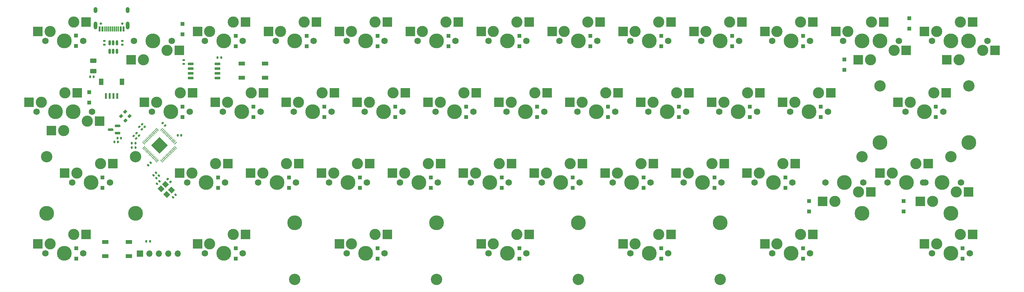
<source format=gbr>
%TF.GenerationSoftware,KiCad,Pcbnew,(7.0.0)*%
%TF.CreationDate,2023-05-22T00:36:48+02:00*%
%TF.ProjectId,kira,6b697261-2e6b-4696-9361-645f70636258,rev?*%
%TF.SameCoordinates,Original*%
%TF.FileFunction,Soldermask,Bot*%
%TF.FilePolarity,Negative*%
%FSLAX46Y46*%
G04 Gerber Fmt 4.6, Leading zero omitted, Abs format (unit mm)*
G04 Created by KiCad (PCBNEW (7.0.0)) date 2023-05-22 00:36:48*
%MOMM*%
%LPD*%
G01*
G04 APERTURE LIST*
G04 Aperture macros list*
%AMRoundRect*
0 Rectangle with rounded corners*
0 $1 Rounding radius*
0 $2 $3 $4 $5 $6 $7 $8 $9 X,Y pos of 4 corners*
0 Add a 4 corners polygon primitive as box body*
4,1,4,$2,$3,$4,$5,$6,$7,$8,$9,$2,$3,0*
0 Add four circle primitives for the rounded corners*
1,1,$1+$1,$2,$3*
1,1,$1+$1,$4,$5*
1,1,$1+$1,$6,$7*
1,1,$1+$1,$8,$9*
0 Add four rect primitives between the rounded corners*
20,1,$1+$1,$2,$3,$4,$5,0*
20,1,$1+$1,$4,$5,$6,$7,0*
20,1,$1+$1,$6,$7,$8,$9,0*
20,1,$1+$1,$8,$9,$2,$3,0*%
%AMRotRect*
0 Rectangle, with rotation*
0 The origin of the aperture is its center*
0 $1 length*
0 $2 width*
0 $3 Rotation angle, in degrees counterclockwise*
0 Add horizontal line*
21,1,$1,$2,0,0,$3*%
G04 Aperture macros list end*
%ADD10C,3.987800*%
%ADD11C,3.000000*%
%ADD12C,1.750000*%
%ADD13R,2.550000X2.500000*%
%ADD14C,3.048000*%
%ADD15R,1.700000X1.000000*%
%ADD16R,1.100000X1.100000*%
%ADD17RoundRect,0.140000X-0.140000X-0.170000X0.140000X-0.170000X0.140000X0.170000X-0.140000X0.170000X0*%
%ADD18RoundRect,0.140000X0.021213X-0.219203X0.219203X-0.021213X-0.021213X0.219203X-0.219203X0.021213X0*%
%ADD19R,1.200000X1.800000*%
%ADD20R,0.600000X1.550000*%
%ADD21RoundRect,0.200000X-0.335876X-0.053033X-0.053033X-0.335876X0.335876X0.053033X0.053033X0.335876X0*%
%ADD22RoundRect,0.135000X0.135000X0.185000X-0.135000X0.185000X-0.135000X-0.185000X0.135000X-0.185000X0*%
%ADD23RoundRect,0.150000X0.587500X0.150000X-0.587500X0.150000X-0.587500X-0.150000X0.587500X-0.150000X0*%
%ADD24RoundRect,0.150000X0.650000X0.150000X-0.650000X0.150000X-0.650000X-0.150000X0.650000X-0.150000X0*%
%ADD25RoundRect,0.140000X0.140000X0.170000X-0.140000X0.170000X-0.140000X-0.170000X0.140000X-0.170000X0*%
%ADD26RoundRect,0.140000X0.219203X0.021213X0.021213X0.219203X-0.219203X-0.021213X-0.021213X-0.219203X0*%
%ADD27RoundRect,0.140000X-0.021213X0.219203X-0.219203X0.021213X0.021213X-0.219203X0.219203X-0.021213X0*%
%ADD28C,0.650000*%
%ADD29R,0.600000X1.450000*%
%ADD30R,0.300000X1.450000*%
%ADD31O,1.000000X2.100000*%
%ADD32O,1.000000X1.600000*%
%ADD33RoundRect,0.135000X-0.185000X0.135000X-0.185000X-0.135000X0.185000X-0.135000X0.185000X0.135000X0*%
%ADD34RoundRect,0.050000X0.238649X0.309359X-0.309359X-0.238649X-0.238649X-0.309359X0.309359X0.238649X0*%
%ADD35RoundRect,0.050000X-0.238649X0.309359X-0.309359X0.238649X0.238649X-0.309359X0.309359X-0.238649X0*%
%ADD36RoundRect,0.144000X0.000000X2.059095X-2.059095X0.000000X0.000000X-2.059095X2.059095X0.000000X0*%
%ADD37R,1.700000X1.700000*%
%ADD38O,1.700000X1.700000*%
%ADD39RoundRect,0.140000X0.170000X-0.140000X0.170000X0.140000X-0.170000X0.140000X-0.170000X-0.140000X0*%
%ADD40RoundRect,0.135000X0.226274X0.035355X0.035355X0.226274X-0.226274X-0.035355X-0.035355X-0.226274X0*%
%ADD41RoundRect,0.250000X-0.625000X0.375000X-0.625000X-0.375000X0.625000X-0.375000X0.625000X0.375000X0*%
%ADD42RotRect,1.400000X1.200000X315.000000*%
%ADD43RoundRect,0.150000X0.150000X-0.512500X0.150000X0.512500X-0.150000X0.512500X-0.150000X-0.512500X0*%
G04 APERTURE END LIST*
D10*
%TO.C,SW23*%
X211137500Y-65087500D03*
D11*
X213677500Y-60007500D03*
D12*
X206057500Y-65087500D03*
X216217500Y-65087500D03*
D11*
X207327500Y-62547500D03*
D13*
X204052499Y-62547499D03*
X216979499Y-60007499D03*
%TD*%
D11*
%TO.C,SW42*%
X221615000Y-100647500D03*
D12*
X220345000Y-103187500D03*
X230505000Y-103187500D03*
D11*
X227965000Y-98107500D03*
D10*
X225425000Y-103187500D03*
D13*
X218339999Y-100647499D03*
X231266999Y-98107499D03*
%TD*%
D12*
%TO.C,SW43*%
X273367500Y-103187500D03*
D11*
X270827500Y-98107500D03*
D10*
X268287500Y-103187500D03*
D12*
X263207500Y-103187500D03*
D11*
X264477500Y-100647500D03*
D13*
X261202499Y-100647499D03*
X274129499Y-98107499D03*
%TD*%
D10*
%TO.C,SW13(1.5)1*%
X268287500Y-46037500D03*
D12*
X263207500Y-46037500D03*
X273367500Y-46037500D03*
D11*
X264477500Y-43497500D03*
X270827500Y-40957500D03*
D13*
X261202499Y-43497499D03*
X274129499Y-40957499D03*
%TD*%
D11*
%TO.C,SW37(1.75)1*%
X263413152Y-89169151D03*
D10*
X265953152Y-84089151D03*
D12*
X260873152Y-84089151D03*
D11*
X269763152Y-86629151D03*
D12*
X271033152Y-84089151D03*
D13*
X273038151Y-86629150D03*
X260111151Y-89169150D03*
%TD*%
D10*
%TO.C,SW25*%
X249237500Y-73335550D03*
D12*
X256095500Y-65080550D03*
D10*
X273113500Y-73335550D03*
X261175500Y-65080550D03*
D11*
X257365500Y-62540550D03*
D14*
X273113500Y-58095550D03*
D11*
X263715500Y-60000550D03*
D14*
X249237500Y-58095550D03*
D12*
X266255500Y-65080550D03*
D13*
X254090499Y-62540549D03*
X267017499Y-60000549D03*
%TD*%
D11*
%TO.C,SW21*%
X175577500Y-60007500D03*
X169227500Y-62547500D03*
D12*
X178117500Y-65087500D03*
D10*
X173037500Y-65087500D03*
D12*
X167957500Y-65087500D03*
D13*
X165952499Y-62547499D03*
X178879499Y-60007499D03*
%TD*%
D11*
%TO.C,SW15*%
X54927500Y-62547500D03*
D10*
X58737500Y-65087500D03*
D11*
X61277500Y-60007500D03*
D12*
X53657500Y-65087500D03*
X63817500Y-65087500D03*
D13*
X51652499Y-62547499D03*
X64579499Y-60007499D03*
%TD*%
D12*
%TO.C,SW7*%
X154305000Y-46037500D03*
D10*
X149225000Y-46037500D03*
D11*
X145415000Y-43497500D03*
X151765000Y-40957500D03*
D12*
X144145000Y-46037500D03*
D13*
X142139999Y-43497499D03*
X155066999Y-40957499D03*
%TD*%
D12*
%TO.C,SW34*%
X206692500Y-84137500D03*
D10*
X201612500Y-84137500D03*
D12*
X196532500Y-84137500D03*
D11*
X204152500Y-79057500D03*
X197802500Y-81597500D03*
D13*
X194527499Y-81597499D03*
X207454499Y-79057499D03*
%TD*%
D11*
%TO.C,SW9*%
X183515000Y-43497500D03*
D12*
X182245000Y-46037500D03*
D10*
X187325000Y-46037500D03*
D12*
X192405000Y-46037500D03*
D11*
X189865000Y-40957500D03*
D13*
X180239999Y-43497499D03*
X193166999Y-40957499D03*
%TD*%
D11*
%TO.C,SW30*%
X121602500Y-81597500D03*
D10*
X125412500Y-84137500D03*
D12*
X120332500Y-84137500D03*
D11*
X127952500Y-79057500D03*
D12*
X130492500Y-84137500D03*
D13*
X118327499Y-81597499D03*
X131254499Y-79057499D03*
%TD*%
D11*
%TO.C,SW19*%
X137477500Y-60007500D03*
X131127500Y-62547500D03*
D10*
X134937500Y-65087500D03*
D12*
X140017500Y-65087500D03*
X129857500Y-65087500D03*
D13*
X127852499Y-62547499D03*
X140779499Y-60007499D03*
%TD*%
D12*
%TO.C,SW14(1.25)1*%
X32873860Y-65088197D03*
D11*
X23983860Y-62548197D03*
D10*
X27793860Y-65088197D03*
D11*
X30333860Y-60008197D03*
D12*
X22713860Y-65088197D03*
D13*
X20708859Y-62548196D03*
X33635859Y-60008196D03*
%TD*%
D11*
%TO.C,SW44*%
X113665000Y-98107500D03*
D10*
X111125000Y-103187500D03*
D14*
X130175000Y-110172500D03*
D10*
X130175000Y-94932500D03*
D12*
X106045000Y-103187500D03*
D10*
X92075000Y-94932500D03*
D14*
X92075000Y-110172500D03*
D11*
X107315000Y-100647500D03*
D12*
X116205000Y-103187500D03*
D13*
X104039999Y-100647499D03*
X116966999Y-98107499D03*
%TD*%
D12*
%TO.C,SW45*%
X182245000Y-103187500D03*
D14*
X168275000Y-110172500D03*
X206375000Y-110172500D03*
D11*
X189865000Y-98107500D03*
D10*
X168275000Y-94932500D03*
X187325000Y-103187500D03*
X206375000Y-94932500D03*
D12*
X192405000Y-103187500D03*
D11*
X183515000Y-100647500D03*
D13*
X180239999Y-100647499D03*
X193166999Y-98107499D03*
%TD*%
D10*
%TO.C,SW33*%
X182562500Y-84137500D03*
D11*
X178752500Y-81597500D03*
D12*
X187642500Y-84137500D03*
D11*
X185102500Y-79057500D03*
D12*
X177482500Y-84137500D03*
D13*
X175477499Y-81597499D03*
X188404499Y-79057499D03*
%TD*%
D11*
%TO.C,SW32*%
X159702500Y-81597500D03*
X166052500Y-79057500D03*
D12*
X168592500Y-84137500D03*
X158432500Y-84137500D03*
D10*
X163512500Y-84137500D03*
D13*
X156427499Y-81597499D03*
X169354499Y-79057499D03*
%TD*%
D11*
%TO.C,SW36*%
X243522500Y-86677500D03*
D12*
X244792500Y-84137500D03*
D10*
X239712500Y-84137500D03*
D11*
X237172500Y-89217500D03*
D12*
X234632500Y-84137500D03*
D13*
X246797499Y-86677499D03*
X233870499Y-89217499D03*
%TD*%
D11*
%TO.C,SW4*%
X88265000Y-43497500D03*
D12*
X97155000Y-46037500D03*
D11*
X94615000Y-40957500D03*
D10*
X92075000Y-46037500D03*
D12*
X86995000Y-46037500D03*
D13*
X84989999Y-43497499D03*
X97916999Y-40957499D03*
%TD*%
D11*
%TO.C,SW5*%
X113665000Y-40957500D03*
D12*
X106045000Y-46037500D03*
D11*
X107315000Y-43497500D03*
D10*
X111125000Y-46037500D03*
D12*
X116205000Y-46037500D03*
D13*
X104039999Y-43497499D03*
X116966999Y-40957499D03*
%TD*%
D11*
%TO.C,SW16*%
X80327500Y-60007500D03*
X73977500Y-62547500D03*
D10*
X77787500Y-65087500D03*
D12*
X82867500Y-65087500D03*
X72707500Y-65087500D03*
D13*
X70702499Y-62547499D03*
X83629499Y-60007499D03*
%TD*%
D14*
%TO.C,SW37(2.75)1*%
X244443100Y-77144624D03*
D10*
X244443100Y-92384624D03*
D12*
X251301100Y-84129624D03*
D10*
X268319100Y-92384624D03*
D12*
X261461100Y-84129624D03*
D11*
X258921100Y-79049624D03*
D10*
X256381100Y-84129624D03*
D11*
X252571100Y-81589624D03*
D14*
X268319100Y-77144624D03*
D13*
X249296099Y-81589623D03*
X262223099Y-79049623D03*
%TD*%
D12*
%TO.C,SW17*%
X91757500Y-65087500D03*
X101917500Y-65087500D03*
D11*
X93027500Y-62547500D03*
D10*
X96837500Y-65087500D03*
D11*
X99377500Y-60007500D03*
D13*
X89752499Y-62547499D03*
X102679499Y-60007499D03*
%TD*%
D12*
%TO.C,SW18*%
X110807500Y-65087500D03*
D11*
X118427500Y-60007500D03*
D12*
X120967500Y-65087500D03*
D10*
X115887500Y-65087500D03*
D11*
X112077500Y-62547500D03*
D13*
X108802499Y-62547499D03*
X121729499Y-60007499D03*
%TD*%
D11*
%TO.C,SW35*%
X216852500Y-81597500D03*
D12*
X225742500Y-84137500D03*
X215582500Y-84137500D03*
D11*
X223202500Y-79057500D03*
D10*
X220662500Y-84137500D03*
D13*
X213577499Y-81597499D03*
X226504499Y-79057499D03*
%TD*%
D10*
%TO.C,SW39*%
X30168281Y-103182316D03*
D12*
X25088281Y-103182316D03*
X35248281Y-103182316D03*
D11*
X26358281Y-100642316D03*
X32708281Y-98102316D03*
D13*
X23083280Y-100642315D03*
X36010280Y-98102315D03*
%TD*%
D12*
%TO.C,SW40*%
X78105000Y-103187500D03*
X67945000Y-103187500D03*
D10*
X73025000Y-103187500D03*
D11*
X75565000Y-98107500D03*
X69215000Y-100647500D03*
D13*
X65939999Y-100647499D03*
X78866999Y-98107499D03*
%TD*%
D11*
%TO.C,SW31*%
X140652500Y-81597500D03*
D10*
X144462500Y-84137500D03*
D12*
X139382500Y-84137500D03*
X149542500Y-84137500D03*
D11*
X147002500Y-79057500D03*
D13*
X137377499Y-81597499D03*
X150304499Y-79057499D03*
%TD*%
D10*
%TO.C,SW8*%
X168275000Y-46037500D03*
D11*
X164465000Y-43497500D03*
D12*
X173355000Y-46037500D03*
D11*
X170815000Y-40957500D03*
D12*
X163195000Y-46037500D03*
D13*
X161189999Y-43497499D03*
X174116999Y-40957499D03*
%TD*%
D12*
%TO.C,SW12*%
X278130000Y-46037500D03*
D11*
X276860000Y-48577500D03*
D12*
X267970000Y-46037500D03*
D10*
X273050000Y-46037500D03*
D11*
X270510000Y-51117500D03*
D13*
X280134999Y-48577499D03*
X267207999Y-51117499D03*
%TD*%
D10*
%TO.C,SW41*%
X149225000Y-103187500D03*
D14*
X206375000Y-110172500D03*
D10*
X92075000Y-94932500D03*
D12*
X144145000Y-103187500D03*
D11*
X145415000Y-100647500D03*
X151765000Y-98107500D03*
D14*
X92075000Y-110172500D03*
D12*
X154305000Y-103187500D03*
D10*
X206375000Y-94932500D03*
D13*
X142139999Y-100647499D03*
X155066999Y-98107499D03*
%TD*%
D12*
%TO.C,SW11*%
X220345000Y-46037500D03*
D10*
X225425000Y-46037500D03*
D11*
X221615000Y-43497500D03*
D12*
X230505000Y-46037500D03*
D11*
X227965000Y-40957500D03*
D13*
X218339999Y-43497499D03*
X231266999Y-40957499D03*
%TD*%
D12*
%TO.C,SW28*%
X92392500Y-84137500D03*
D11*
X89852500Y-79057500D03*
X83502500Y-81597500D03*
D10*
X87312500Y-84137500D03*
D12*
X82232500Y-84137500D03*
D13*
X80227499Y-81597499D03*
X93154499Y-79057499D03*
%TD*%
D12*
%TO.C,SW3*%
X67945000Y-46037500D03*
X78105000Y-46037500D03*
D11*
X75565000Y-40957500D03*
D10*
X73025000Y-46037500D03*
D11*
X69215000Y-43497500D03*
D13*
X65939999Y-43497499D03*
X78866999Y-40957499D03*
%TD*%
D12*
%TO.C,SW1*%
X35242500Y-46037500D03*
D11*
X26352500Y-43497500D03*
D10*
X30162500Y-46037500D03*
D12*
X25082500Y-46037500D03*
D11*
X32702500Y-40957500D03*
D13*
X23077499Y-43497499D03*
X36004499Y-40957499D03*
%TD*%
D12*
%TO.C,SW10*%
X201295000Y-46037500D03*
D11*
X208915000Y-40957500D03*
D12*
X211455000Y-46037500D03*
D11*
X202565000Y-43497500D03*
D10*
X206375000Y-46037500D03*
D13*
X199289999Y-43497499D03*
X212216999Y-40957499D03*
%TD*%
D11*
%TO.C,SW13*%
X247015000Y-40957500D03*
X240665000Y-43497500D03*
D12*
X249555000Y-46037500D03*
X239395000Y-46037500D03*
D10*
X244475000Y-46037500D03*
D13*
X237389999Y-43497499D03*
X250316999Y-40957499D03*
%TD*%
D12*
%TO.C,SW27*%
X73342500Y-84137500D03*
D10*
X68262500Y-84137500D03*
D12*
X63182500Y-84137500D03*
D11*
X70802500Y-79057500D03*
X64452500Y-81597500D03*
D13*
X61177499Y-81597499D03*
X74104499Y-79057499D03*
%TD*%
D11*
%TO.C,SW22*%
X188277500Y-62547500D03*
D12*
X187007500Y-65087500D03*
D10*
X192087500Y-65087500D03*
D12*
X197167500Y-65087500D03*
D11*
X194627500Y-60007500D03*
D13*
X185002499Y-62547499D03*
X197929499Y-60007499D03*
%TD*%
D12*
%TO.C,SW6*%
X135255000Y-46037500D03*
D11*
X132715000Y-40957500D03*
D12*
X125095000Y-46037500D03*
D11*
X126365000Y-43497500D03*
D10*
X130175000Y-46037500D03*
D13*
X123089999Y-43497499D03*
X136016999Y-40957499D03*
%TD*%
D12*
%TO.C,SW24*%
X225107500Y-65087500D03*
D11*
X226377500Y-62547500D03*
D12*
X235267500Y-65087500D03*
D11*
X232727500Y-60007500D03*
D10*
X230187500Y-65087500D03*
D13*
X223102499Y-62547499D03*
X236029499Y-60007499D03*
%TD*%
D10*
%TO.C,SW29*%
X106362500Y-84137500D03*
D11*
X108902500Y-79057500D03*
D12*
X111442500Y-84137500D03*
X101282500Y-84137500D03*
D11*
X102552500Y-81597500D03*
D13*
X99277499Y-81597499D03*
X112204499Y-79057499D03*
%TD*%
D12*
%TO.C,SW20*%
X148907500Y-65087500D03*
D11*
X150177500Y-62547500D03*
D12*
X159067500Y-65087500D03*
D11*
X156527500Y-60007500D03*
D10*
X153987500Y-65087500D03*
D13*
X146902499Y-62547499D03*
X159829499Y-60007499D03*
%TD*%
D11*
%TO.C,SW14*%
X29998117Y-70146067D03*
D12*
X37618117Y-65066067D03*
D10*
X32538117Y-65066067D03*
D11*
X36348117Y-67606067D03*
D12*
X27458117Y-65066067D03*
D13*
X39623116Y-67606066D03*
X26696116Y-70146066D03*
%TD*%
D11*
%TO.C,SW2*%
X57785000Y-48577500D03*
D12*
X48895000Y-46037500D03*
X59055000Y-46037500D03*
D10*
X53975000Y-46037500D03*
D11*
X51435000Y-51117500D03*
D13*
X61059999Y-48577499D03*
X48132999Y-51117499D03*
%TD*%
D11*
%TO.C,SW12(1.5)1*%
X246697500Y-51117500D03*
D12*
X244157500Y-46037500D03*
X254317500Y-46037500D03*
D11*
X253047500Y-48577500D03*
D10*
X249237500Y-46037500D03*
D13*
X256322499Y-48577499D03*
X243395499Y-51117499D03*
%TD*%
D11*
%TO.C,SW26*%
X39860255Y-79025102D03*
D14*
X25382255Y-77120102D03*
D10*
X25382255Y-92360102D03*
X37320255Y-84105102D03*
D14*
X49258255Y-77120102D03*
D11*
X33510255Y-81565102D03*
D12*
X42400255Y-84105102D03*
D10*
X49258255Y-92360102D03*
D12*
X32240255Y-84105102D03*
D13*
X30235254Y-81565101D03*
X43162254Y-79025101D03*
%TD*%
D15*
%TO.C,SW47*%
X47472999Y-103880999D03*
X41172999Y-103880999D03*
X47472999Y-100080999D03*
X41172999Y-100080999D03*
%TD*%
D16*
%TO.C,D12*%
X76199999Y-104587499D03*
X76199999Y-101787499D03*
%TD*%
%TO.C,D43*%
X255587499Y-91887499D03*
X255587499Y-89087499D03*
%TD*%
%TO.C,D29*%
X185737499Y-85537499D03*
X185737499Y-82737499D03*
%TD*%
%TO.C,D34*%
X209549999Y-47437499D03*
X209549999Y-44637499D03*
%TD*%
%TO.C,D28*%
X176212499Y-66487499D03*
X176212499Y-63687499D03*
%TD*%
%TO.C,D44*%
X257174999Y-42674999D03*
X257174999Y-39874999D03*
%TD*%
%TO.C,D21*%
X138112499Y-66487499D03*
X138112499Y-63687499D03*
%TD*%
D17*
%TO.C,C7*%
X44478000Y-72136000D03*
X45438000Y-72136000D03*
%TD*%
D16*
%TO.C,D5*%
X33337499Y-104587499D03*
X33337499Y-101787499D03*
%TD*%
%TO.C,D30*%
X190499999Y-47437499D03*
X190499999Y-44637499D03*
%TD*%
D18*
%TO.C,C5*%
X55032589Y-84413411D03*
X55711411Y-83734589D03*
%TD*%
D16*
%TO.C,D42*%
X264286999Y-66487499D03*
X264286999Y-63687499D03*
%TD*%
%TO.C,D14*%
X100012499Y-66487499D03*
X100012499Y-63687499D03*
%TD*%
D19*
%TO.C,J3*%
X45662499Y-56987499D03*
X40062499Y-56987499D03*
D20*
X41362499Y-60862499D03*
X42362499Y-60862499D03*
X43362499Y-60862499D03*
X44362499Y-60862499D03*
%TD*%
D21*
%TO.C,R2*%
X45390637Y-66218637D03*
X46557363Y-67385363D03*
%TD*%
D16*
%TO.C,D11*%
X90487499Y-85537499D03*
X90487499Y-82737499D03*
%TD*%
D22*
%TO.C,R3*%
X53215000Y-99949000D03*
X52195000Y-99949000D03*
%TD*%
D16*
%TO.C,D39*%
X230187499Y-91887499D03*
X230187499Y-89087499D03*
%TD*%
%TO.C,D31*%
X195262499Y-66487499D03*
X195262499Y-63687499D03*
%TD*%
D23*
%TO.C,U2*%
X44498500Y-68900000D03*
X44498500Y-70800000D03*
X42623500Y-69850000D03*
%TD*%
D24*
%TO.C,U3*%
X71267225Y-52196320D03*
X71267225Y-53466320D03*
X71267225Y-54736320D03*
X71267225Y-56006320D03*
X64067225Y-56006320D03*
X64067225Y-54736320D03*
X64067225Y-53466320D03*
X64067225Y-52196320D03*
%TD*%
D25*
%TO.C,C16*%
X49276000Y-73533000D03*
X48316000Y-73533000D03*
%TD*%
D26*
%TO.C,C15*%
X50983101Y-69833131D03*
X50304279Y-69154309D03*
%TD*%
D27*
%TO.C,C11*%
X55584411Y-82210589D03*
X54905589Y-82889411D03*
%TD*%
D16*
%TO.C,D23*%
X152399999Y-47437499D03*
X152399999Y-44637499D03*
%TD*%
D28*
%TO.C,J1*%
X45752499Y-41319539D03*
X39972499Y-41319539D03*
D29*
X39612498Y-42764538D03*
X40412498Y-42764538D03*
D30*
X41612498Y-42764538D03*
X42612498Y-42764538D03*
X43112498Y-42764538D03*
X44112498Y-42764538D03*
D29*
X45312498Y-42764538D03*
X46112498Y-42764538D03*
X46112498Y-42764538D03*
X45312498Y-42764538D03*
D30*
X44612498Y-42764538D03*
X43612498Y-42764538D03*
X42112498Y-42764538D03*
X41112498Y-42764538D03*
D29*
X40412498Y-42764538D03*
X39612498Y-42764538D03*
D31*
X47182498Y-41849538D03*
D32*
X47182498Y-37669538D03*
X38542498Y-37669538D03*
D31*
X38542498Y-41849538D03*
%TD*%
D25*
%TO.C,C8*%
X44549000Y-73152000D03*
X43589000Y-73152000D03*
%TD*%
D17*
%TO.C,C14*%
X60607000Y-71374000D03*
X61567000Y-71374000D03*
%TD*%
D33*
%TO.C,R5*%
X45720000Y-45972000D03*
X45720000Y-46992000D03*
%TD*%
D26*
%TO.C,C17*%
X57235411Y-68792411D03*
X56556589Y-68113589D03*
%TD*%
D16*
%TO.C,D24*%
X157162499Y-66487499D03*
X157162499Y-63687499D03*
%TD*%
D26*
%TO.C,C1*%
X50197263Y-71520150D03*
X49518441Y-70841328D03*
%TD*%
%TO.C,C2*%
X51711520Y-69118078D03*
X51032698Y-68439256D03*
%TD*%
D16*
%TO.C,D20*%
X133349999Y-47437499D03*
X133349999Y-44637499D03*
%TD*%
%TO.C,D45*%
X271462499Y-104587499D03*
X271462499Y-101787499D03*
%TD*%
%TO.C,D40*%
X228599999Y-104587499D03*
X228599999Y-101787499D03*
%TD*%
%TO.C,D27*%
X171449999Y-47437499D03*
X171449999Y-44637499D03*
%TD*%
D34*
%TO.C,U1*%
X56351349Y-69804890D03*
X56634192Y-70087733D03*
X56917034Y-70370575D03*
X57199877Y-70653418D03*
X57482720Y-70936261D03*
X57765562Y-71219103D03*
X58048405Y-71501946D03*
X58331248Y-71784789D03*
X58614091Y-72067632D03*
X58896933Y-72350474D03*
X59179776Y-72633317D03*
X59462619Y-72916160D03*
X59745461Y-73199002D03*
X60028304Y-73481845D03*
D35*
X60028304Y-74666249D03*
X59745461Y-74949092D03*
X59462619Y-75231934D03*
X59179776Y-75514777D03*
X58896933Y-75797620D03*
X58614091Y-76080462D03*
X58331248Y-76363305D03*
X58048405Y-76646148D03*
X57765562Y-76928991D03*
X57482720Y-77211833D03*
X57199877Y-77494676D03*
X56917034Y-77777519D03*
X56634192Y-78060361D03*
X56351349Y-78343204D03*
D34*
X55166945Y-78343204D03*
X54884102Y-78060361D03*
X54601260Y-77777519D03*
X54318417Y-77494676D03*
X54035574Y-77211833D03*
X53752732Y-76928991D03*
X53469889Y-76646148D03*
X53187046Y-76363305D03*
X52904203Y-76080462D03*
X52621361Y-75797620D03*
X52338518Y-75514777D03*
X52055675Y-75231934D03*
X51772833Y-74949092D03*
X51489990Y-74666249D03*
D35*
X51489990Y-73481845D03*
X51772833Y-73199002D03*
X52055675Y-72916160D03*
X52338518Y-72633317D03*
X52621361Y-72350474D03*
X52904203Y-72067632D03*
X53187046Y-71784789D03*
X53469889Y-71501946D03*
X53752732Y-71219103D03*
X54035574Y-70936261D03*
X54318417Y-70653418D03*
X54601260Y-70370575D03*
X54884102Y-70087733D03*
X55166945Y-69804890D03*
D36*
X55759147Y-74074047D03*
%TD*%
D37*
%TO.C,J2*%
X50482499Y-103212499D03*
D38*
X53022499Y-103212499D03*
X55562499Y-103212499D03*
X58102499Y-103212499D03*
X60642499Y-103212499D03*
%TD*%
D16*
%TO.C,D33*%
X190499999Y-104587499D03*
X190499999Y-101787499D03*
%TD*%
%TO.C,D4*%
X40385999Y-85537499D03*
X40385999Y-82737499D03*
%TD*%
%TO.C,D16*%
X114299999Y-47437499D03*
X114299999Y-44637499D03*
%TD*%
D39*
%TO.C,C12*%
X62230000Y-52168320D03*
X62230000Y-51208320D03*
%TD*%
D16*
%TO.C,D3*%
X36829999Y-59813999D03*
X36829999Y-62613999D03*
%TD*%
%TO.C,D8*%
X71437499Y-85537499D03*
X71437499Y-82737499D03*
%TD*%
D40*
%TO.C,R7*%
X58688924Y-83894005D03*
X57967676Y-83172757D03*
%TD*%
D16*
%TO.C,D15*%
X109537499Y-85537499D03*
X109537499Y-82737499D03*
%TD*%
D27*
%TO.C,C13*%
X53334471Y-78786582D03*
X52655649Y-79465404D03*
%TD*%
D16*
%TO.C,D22*%
X147637499Y-85537499D03*
X147637499Y-82737499D03*
%TD*%
%TO.C,D10*%
X80962499Y-66487499D03*
X80962499Y-63687499D03*
%TD*%
%TO.C,D26*%
X152399999Y-104587499D03*
X152399999Y-101787499D03*
%TD*%
%TO.C,D32*%
X204787499Y-85537499D03*
X204787499Y-82737499D03*
%TD*%
%TO.C,D37*%
X228599999Y-47437499D03*
X228599999Y-44637499D03*
%TD*%
D25*
%TO.C,C4*%
X38044000Y-55626000D03*
X37084000Y-55626000D03*
%TD*%
D27*
%TO.C,C6*%
X60029411Y-87417589D03*
X59350589Y-88096411D03*
%TD*%
D16*
%TO.C,D19*%
X114299999Y-104587499D03*
X114299999Y-101787499D03*
%TD*%
D22*
%TO.C,R6*%
X72317425Y-50494520D03*
X71297425Y-50494520D03*
%TD*%
D16*
%TO.C,D9*%
X76199999Y-47437499D03*
X76199999Y-44637499D03*
%TD*%
D25*
%TO.C,C10*%
X49276000Y-74676000D03*
X48316000Y-74676000D03*
%TD*%
D16*
%TO.C,D17*%
X119062499Y-66487499D03*
X119062499Y-63687499D03*
%TD*%
%TO.C,D7*%
X61912499Y-66487499D03*
X61912499Y-63687499D03*
%TD*%
%TO.C,D2*%
X33273999Y-47373999D03*
X33273999Y-44573999D03*
%TD*%
D41*
%TO.C,F1*%
X37973000Y-51305000D03*
X37973000Y-54105000D03*
%TD*%
D27*
%TO.C,C3*%
X54822411Y-81448589D03*
X54143589Y-82127411D03*
%TD*%
D16*
%TO.C,D6*%
X61912499Y-41462499D03*
X61912499Y-44262499D03*
%TD*%
D21*
%TO.C,R1*%
X46533637Y-65075637D03*
X47700363Y-66242363D03*
%TD*%
D16*
%TO.C,D25*%
X166687499Y-85537499D03*
X166687499Y-82737499D03*
%TD*%
D15*
%TO.C,SW46*%
X84112499Y-55874999D03*
X77812499Y-55874999D03*
X84112499Y-52074999D03*
X77812499Y-52074999D03*
%TD*%
D33*
%TO.C,R4*%
X40894000Y-45972000D03*
X40894000Y-46992000D03*
%TD*%
D16*
%TO.C,D36*%
X223837499Y-85537499D03*
X223837499Y-82737499D03*
%TD*%
D42*
%TO.C,Y1*%
X57354222Y-84600141D03*
X58909857Y-86155776D03*
X57707776Y-87357857D03*
X56152141Y-85802222D03*
%TD*%
D43*
%TO.C,U4*%
X44257000Y-48762500D03*
X43307000Y-48762500D03*
X42357000Y-48762500D03*
X42357000Y-46487500D03*
X43307000Y-46487500D03*
X44257000Y-46487500D03*
%TD*%
D16*
%TO.C,D18*%
X128587499Y-85537499D03*
X128587499Y-82737499D03*
%TD*%
%TO.C,D41*%
X239712499Y-53787499D03*
X239712499Y-50987499D03*
%TD*%
%TO.C,D35*%
X214312499Y-66487499D03*
X214312499Y-63687499D03*
%TD*%
%TO.C,D38*%
X233362499Y-66487499D03*
X233362499Y-63687499D03*
%TD*%
D26*
%TO.C,C9*%
X49488411Y-72221411D03*
X48809589Y-71542589D03*
%TD*%
D16*
%TO.C,D13*%
X95249999Y-47437499D03*
X95249999Y-44637499D03*
%TD*%
M02*

</source>
